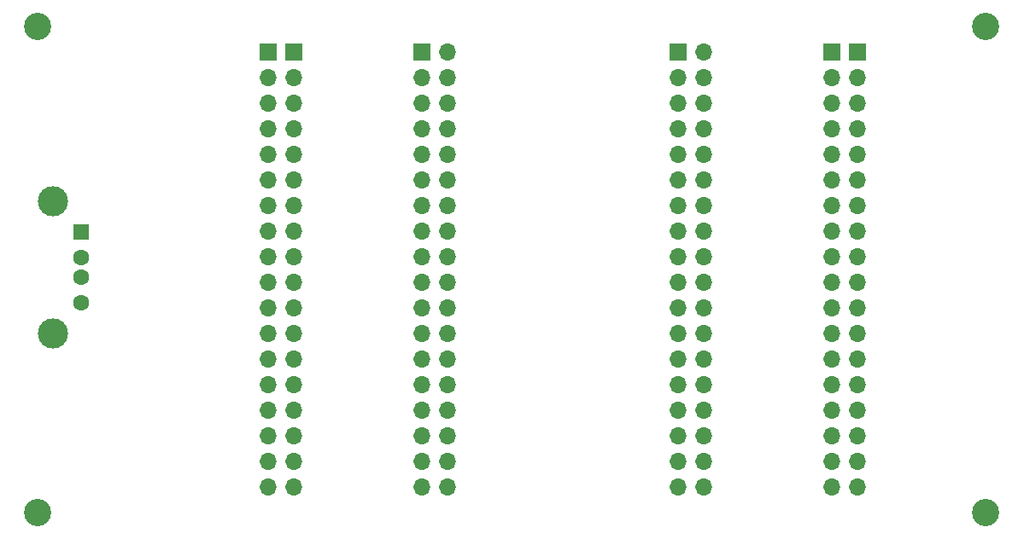
<source format=gbr>
%TF.GenerationSoftware,KiCad,Pcbnew,9.0.0+dfsg-1*%
%TF.CreationDate,2025-04-08T21:11:36-05:00*%
%TF.ProjectId,pocket-bob,706f636b-6574-42d6-926f-622e6b696361,rev?*%
%TF.SameCoordinates,Original*%
%TF.FileFunction,Soldermask,Bot*%
%TF.FilePolarity,Negative*%
%FSLAX46Y46*%
G04 Gerber Fmt 4.6, Leading zero omitted, Abs format (unit mm)*
G04 Created by KiCad (PCBNEW 9.0.0+dfsg-1) date 2025-04-08 21:11:36*
%MOMM*%
%LPD*%
G01*
G04 APERTURE LIST*
%ADD10R,1.700000X1.700000*%
%ADD11O,1.700000X1.700000*%
%ADD12R,1.500000X1.600000*%
%ADD13C,1.600000*%
%ADD14C,3.000000*%
%ADD15C,2.700000*%
G04 APERTURE END LIST*
D10*
%TO.C,J6*%
X66040000Y-68580000D03*
D11*
X66040000Y-71120000D03*
X66040000Y-73660000D03*
X66040000Y-76200000D03*
X66040000Y-78740000D03*
X66040000Y-81280000D03*
X66040000Y-83820000D03*
X66040000Y-86360000D03*
X66040000Y-88900000D03*
X66040000Y-91440000D03*
X66040000Y-93980000D03*
X66040000Y-96520000D03*
X66040000Y-99060000D03*
X66040000Y-101600000D03*
X66040000Y-104140000D03*
X66040000Y-106680000D03*
X66040000Y-109220000D03*
X66040000Y-111760000D03*
%TD*%
D10*
%TO.C,J3*%
X124460000Y-68580000D03*
D11*
X124460000Y-71120000D03*
X124460000Y-73660000D03*
X124460000Y-76200000D03*
X124460000Y-78740000D03*
X124460000Y-81280000D03*
X124460000Y-83820000D03*
X124460000Y-86360000D03*
X124460000Y-88900000D03*
X124460000Y-91440000D03*
X124460000Y-93980000D03*
X124460000Y-96520000D03*
X124460000Y-99060000D03*
X124460000Y-101600000D03*
X124460000Y-104140000D03*
X124460000Y-106680000D03*
X124460000Y-109220000D03*
X124460000Y-111760000D03*
%TD*%
D12*
%TO.C,J7*%
X47414000Y-86450000D03*
D13*
X47414000Y-88950000D03*
X47414000Y-90950000D03*
X47414000Y-93450000D03*
D14*
X44704000Y-83380000D03*
X44704000Y-96520000D03*
%TD*%
D15*
%TO.C,H2*%
X43180000Y-114300000D03*
%TD*%
%TO.C,H3*%
X137160000Y-66040000D03*
%TD*%
D10*
%TO.C,J5*%
X68580000Y-68580000D03*
D11*
X68580000Y-71120000D03*
X68580000Y-73660000D03*
X68580000Y-76200000D03*
X68580000Y-78740000D03*
X68580000Y-81280000D03*
X68580000Y-83820000D03*
X68580000Y-86360000D03*
X68580000Y-88900000D03*
X68580000Y-91440000D03*
X68580000Y-93980000D03*
X68580000Y-96520000D03*
X68580000Y-99060000D03*
X68580000Y-101600000D03*
X68580000Y-104140000D03*
X68580000Y-106680000D03*
X68580000Y-109220000D03*
X68580000Y-111760000D03*
%TD*%
D15*
%TO.C,H4*%
X137160000Y-114300000D03*
%TD*%
%TO.C,H1*%
X43180000Y-66040000D03*
%TD*%
D10*
%TO.C,J4*%
X121920000Y-68580000D03*
D11*
X121920000Y-71120000D03*
X121920000Y-73660000D03*
X121920000Y-76200000D03*
X121920000Y-78740000D03*
X121920000Y-81280000D03*
X121920000Y-83820000D03*
X121920000Y-86360000D03*
X121920000Y-88900000D03*
X121920000Y-91440000D03*
X121920000Y-93980000D03*
X121920000Y-96520000D03*
X121920000Y-99060000D03*
X121920000Y-101600000D03*
X121920000Y-104140000D03*
X121920000Y-106680000D03*
X121920000Y-109220000D03*
X121920000Y-111760000D03*
%TD*%
D10*
%TO.C,P2*%
X106680000Y-68580000D03*
D11*
X109220000Y-68580000D03*
X106680000Y-71120000D03*
X109220000Y-71120000D03*
X106680000Y-73660000D03*
X109220000Y-73660000D03*
X106680000Y-76200000D03*
X109220000Y-76200000D03*
X106680000Y-78740000D03*
X109220000Y-78740000D03*
X106680000Y-81280000D03*
X109220000Y-81280000D03*
X106680000Y-83820000D03*
X109220000Y-83820000D03*
X106680000Y-86360000D03*
X109220000Y-86360000D03*
X106680000Y-88900000D03*
X109220000Y-88900000D03*
X106680000Y-91440000D03*
X109220000Y-91440000D03*
X106680000Y-93980000D03*
X109220000Y-93980000D03*
X106680000Y-96520000D03*
X109220000Y-96520000D03*
X106680000Y-99060000D03*
X109220000Y-99060000D03*
X106680000Y-101600000D03*
X109220000Y-101600000D03*
X106680000Y-104140000D03*
X109220000Y-104140000D03*
X106680000Y-106680000D03*
X109220000Y-106680000D03*
X106680000Y-109220000D03*
X109220000Y-109220000D03*
X106680000Y-111760000D03*
X109220000Y-111760000D03*
%TD*%
D10*
%TO.C,P1*%
X81280000Y-68580000D03*
D11*
X83820000Y-68580000D03*
X81280000Y-71120000D03*
X83820000Y-71120000D03*
X81280000Y-73660000D03*
X83820000Y-73660000D03*
X81280000Y-76200000D03*
X83820000Y-76200000D03*
X81280000Y-78740000D03*
X83820000Y-78740000D03*
X81280000Y-81280000D03*
X83820000Y-81280000D03*
X81280000Y-83820000D03*
X83820000Y-83820000D03*
X81280000Y-86360000D03*
X83820000Y-86360000D03*
X81280000Y-88900000D03*
X83820000Y-88900000D03*
X81280000Y-91440000D03*
X83820000Y-91440000D03*
X81280000Y-93980000D03*
X83820000Y-93980000D03*
X81280000Y-96520000D03*
X83820000Y-96520000D03*
X81280000Y-99060000D03*
X83820000Y-99060000D03*
X81280000Y-101600000D03*
X83820000Y-101600000D03*
X81280000Y-104140000D03*
X83820000Y-104140000D03*
X81280000Y-106680000D03*
X83820000Y-106680000D03*
X81280000Y-109220000D03*
X83820000Y-109220000D03*
X81280000Y-111760000D03*
X83820000Y-111760000D03*
%TD*%
M02*

</source>
